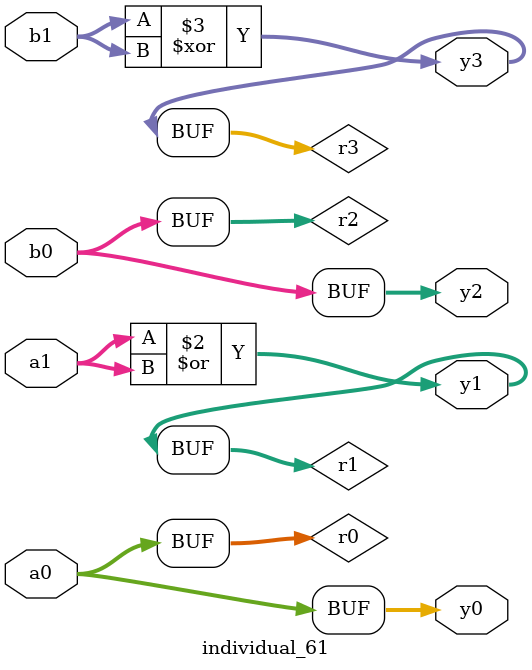
<source format=sv>
module individual_61(input logic [15:0] a1, input logic [15:0] a0, input logic [15:0] b1, input logic [15:0] b0, output logic [15:0] y3, output logic [15:0] y2, output logic [15:0] y1, output logic [15:0] y0);
logic [15:0] r0, r1, r2, r3; 
 always@(*) begin 
	 r0 = a0; r1 = a1; r2 = b0; r3 = b1; 
 	 r1  |=  r1 ;
 	 r3  ^=  b1 ;
 	 y3 = r3; y2 = r2; y1 = r1; y0 = r0; 
end
endmodule
</source>
